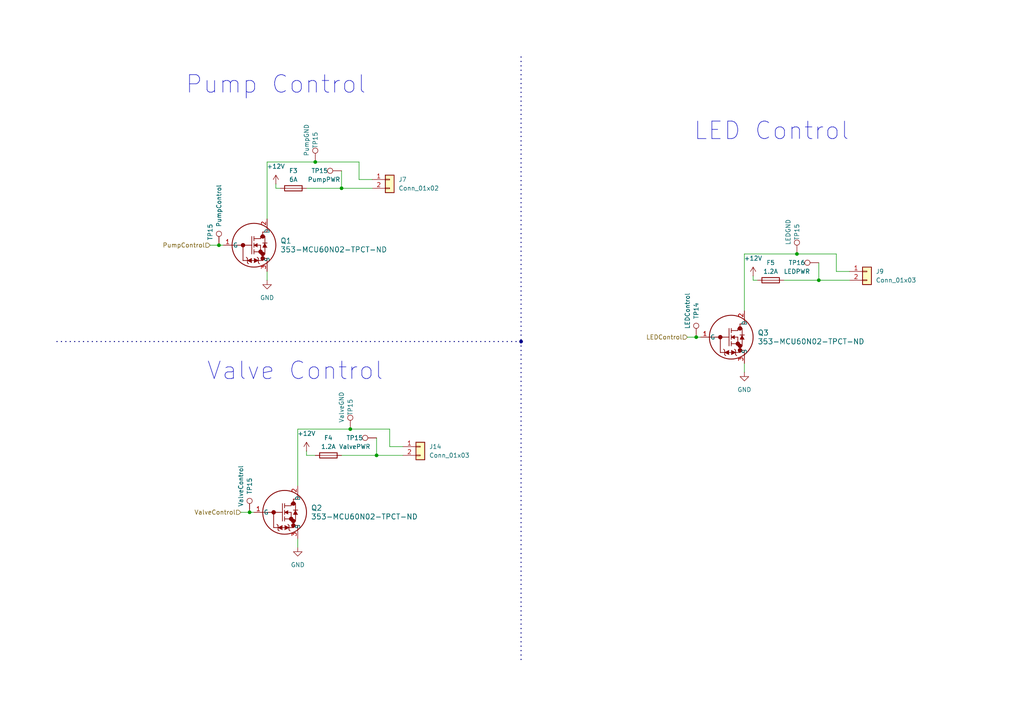
<source format=kicad_sch>
(kicad_sch (version 20250114) (generator "eeschema") (generator_version "9.0")
  (paper "A4")
  (lib_symbols
    (symbol "AO3416_1" (pin_names (offset 0.254))
      (property "Reference" "Q1" (at 16.51 1.27 0))
      (property "Value" "AO3416" (at 16.51 -1.27 0))
      (symbol "AO3416_1_0_1"
        (polyline (pts (xy 2.54 0) (xy 8.255 0)) (stroke (width 0.2032)))
        (circle (center 5.715 0) (radius 0.127) (stroke (width 0.508)))
        (polyline (pts (xy 5.715 -4.445) (xy 5.715 0)) (stroke (width 0.2032)))
        (polyline (pts (xy 5.715 -4.445) (xy 6.985 -4.445)) (stroke (width 0.2032)))
        (polyline (pts (xy 6.985 -3.81) (xy 6.6675 -3.4925)) (stroke (width 0.2032)))
        (polyline (pts (xy 6.985 -5.08) (xy 6.985 -3.81)) (stroke (width 0.2032)))
        (polyline (pts (xy 6.985 -5.08) (xy 7.3025 -5.3975)) (stroke (width 0.2032)))
        (polyline (pts (xy 8.255 -2.54) (xy 8.255 2.54)) (stroke (width 0.2032)))
        (polyline (pts (xy 8.255 -3.81) (xy 6.985 -4.445) (xy 8.255 -5.08)) (fill (type outline)))
        (polyline (pts (xy 8.89 1.905) (xy 10.795 1.905)) (stroke (width 0.2032)))
        (polyline (pts (xy 8.89 1.27) (xy 8.89 2.54)) (stroke (width 0.2032)))
        (circle (center 8.89 0) (radius 6.35) (stroke (width 0.254)))
        (polyline (pts (xy 8.89 -0.635) (xy 8.89 0.635)) (stroke (width 0.2032)))
        (polyline (pts (xy 8.89 -1.905) (xy 10.795 -1.905)) (stroke (width 0.2032)))
        (polyline (pts (xy 8.89 -2.54) (xy 8.89 -1.27)) (stroke (width 0.2032)))
        (polyline (pts (xy 8.89 -4.445) (xy 8.255 -4.445)) (stroke (width 0.2032)))
        (polyline (pts (xy 8.89 -5.08) (xy 10.16 -4.445) (xy 8.89 -3.81)) (fill (type outline)))
        (polyline (pts (xy 9.906 0.508) (xy 8.89 0) (xy 9.906 -0.508)) (fill (type outline)))
        (polyline (pts (xy 9.906 0) (xy 10.795 0)) (stroke (width 0.2032)))
        (polyline (pts (xy 10.16 -3.81) (xy 9.8425 -3.4925)) (stroke (width 0.2032)))
        (polyline (pts (xy 10.16 -3.81) (xy 10.16 -5.08)) (stroke (width 0.2032)))
        (polyline (pts (xy 10.16 -5.08) (xy 10.4775 -5.3975)) (stroke (width 0.2032)))
        (polyline (pts (xy 10.795 2.54) (xy 12.065 2.54)) (stroke (width 0.2032)))
        (polyline (pts (xy 10.795 1.905) (xy 10.795 2.54)) (stroke (width 0.2032)))
        (circle (center 10.795 -1.905) (radius 0.127) (stroke (width 0.508)))
        (polyline (pts (xy 10.795 -2.54) (xy 10.795 0)) (stroke (width 0.2032)))
        (polyline (pts (xy 10.795 -2.54) (xy 12.065 -2.54)) (stroke (width 0.2032)))
        (polyline (pts (xy 11.43 3.81) (xy 11.43 2.54)) (stroke (width 0.2032)))
        (polyline (pts (xy 11.43 3.81) (xy 12.7 3.81)) (stroke (width 0.2032)))
        (circle (center 11.43 2.54) (radius 0.127) (stroke (width 0.508)))
        (polyline (pts (xy 11.43 -2.54) (xy 11.43 -4.445)) (stroke (width 0.2032)))
        (circle (center 11.43 -2.54) (radius 0.127) (stroke (width 0.508)))
        (circle (center 11.43 -3.81) (radius 0.127) (stroke (width 0.508)))
        (polyline (pts (xy 11.43 -4.445) (xy 10.16 -4.445)) (stroke (width 0.2032)))
        (polyline (pts (xy 12.065 0.635) (xy 12.065 2.54)) (stroke (width 0.2032)))
        (polyline (pts (xy 12.065 -2.54) (xy 12.065 -0.635)) (stroke (width 0.2032)))
        (polyline (pts (xy 12.7 3.81) (xy 12.7 5.08)) (stroke (width 0.2032)))
        (polyline (pts (xy 12.7 0.635) (xy 11.43 0.635)) (stroke (width 0.2032)))
        (polyline (pts (xy 12.7 -0.635) (xy 11.43 -0.635) (xy 12.065 0.635)) (fill (type outline)))
        (polyline (pts (xy 12.7 -3.81) (xy 11.4554 -3.81)) (stroke (width 0.2032)))
        (polyline (pts (xy 12.7 -5.08) (xy 12.7 -3.81)) (stroke (width 0.2032)))
      )
      (symbol "AO3416_1_1_1"
        (pin passive line (at 0 0 0) (length 2.54) (name "G") (number "1"))
        (pin passive line (at 12.7 7.62 270) (length 2.54) (name "D") (number "2"))
        (pin passive line (at 12.7 -7.62 90) (length 2.54) (name "S") (number "3"))
      )
    )
    (symbol "Connector:TestPoint" (pin_numbers (hide yes)) (pin_names (offset 0.762) (hide yes))
      (property "Reference" "TP" (at 0 6.858 0))
      (property "Value" "TestPoint" (at 0 5.08 0))
      (symbol "TestPoint_0_1"
        (circle (center 0 3.302) (radius 0.762))
      )
      (symbol "TestPoint_1_1"
        (pin passive line (at 0 0 90) (length 2.54) (name "1") (number "1"))
      )
    )
    (symbol "Connector_Generic:Conn_01x02" (pin_names (offset 1.016) (hide yes))
      (property "Reference" "J" (at 0 2.54 0))
      (property "Value" "Conn_01x02" (at 0 -5.08 0))
      (symbol "Conn_01x02_1_1"
        (rectangle (start -1.27 1.27) (end 1.27 -3.81) (stroke (width 0.254)) (fill (type background)))
        (rectangle (start -1.27 0.127) (end 0 -0.127) (stroke (width 0.1524)))
        (rectangle (start -1.27 -2.413) (end 0 -2.667) (stroke (width 0.1524)))
        (pin passive line (at -5.08 0 0) (length 3.81) (name "Pin_1") (number "1"))
        (pin passive line (at -5.08 -2.54 0) (length 3.81) (name "Pin_2") (number "2"))
      )
    )
    (symbol "Device:Fuse" (pin_numbers (hide yes)) (pin_names (offset 0))
      (property "Reference" "F" (at 2.032 0 90))
      (property "Value" "Fuse" (at -1.905 0 90))
      (symbol "Fuse_0_1"
        (rectangle (start -0.762 -2.54) (end 0.762 2.54) (stroke (width 0.254)))
        (polyline (pts (xy 0 2.54) (xy 0 -2.54)))
      )
      (symbol "Fuse_1_1"
        (pin passive line (at 0 3.81 270) (length 1.27) (name "~") (number "1"))
        (pin passive line (at 0 -3.81 90) (length 1.27) (name "~") (number "2"))
      )
    )
    (symbol "power:+12V" (power) (pin_numbers (hide yes)) (pin_names (offset 0) (hide yes))
      (property "Value" "+12V" (at 0 3.556 0))
      (symbol "+12V_0_1"
        (polyline (pts (xy -0.762 1.27) (xy 0 2.54)))
        (polyline (pts (xy 0 2.54) (xy 0.762 1.27)))
        (polyline (pts (xy 0 0) (xy 0 2.54)))
      )
      (symbol "+12V_1_1"
        (pin power_in line (at 0 0 90) (length 0) (name "~") (number "1"))
      )
    )
    (symbol "power:GND" (power) (pin_numbers (hide yes)) (pin_names (offset 0) (hide yes))
      (property "Value" "GND" (at 0 -3.81 0))
      (symbol "GND_0_1"
        (polyline (pts (xy 0 0) (xy 0 -1.27) (xy 1.27 -1.27) (xy 0 -2.54) (xy -1.27 -1.27) (xy 0 -1.27)))
      )
      (symbol "GND_1_1"
        (pin power_in line (at 0 0 270) (length 0) (name "~") (number "1"))
      )
    )
  )
  (text "Valve Control" (at 85.598 107.696 0) (effects (font (size 5.08 5.08))))
  (text "LED Control\n" (at 223.774 38.1 0) (effects (font (size 5.08 5.08))))
  (text "Pump Control" (at 80.01 24.638 0) (effects (font (size 5.08 5.08))))
  (junction (at 99.06 54.61))
  (junction (at 231.14 73.66))
  (junction (at 201.93 97.79))
  (junction (at 63.5 71.12))
  (junction (at 109.22 132.08))
  (junction (at 91.44 46.99))
  (junction (at 151.13 99.06))
  (junction (at 101.6 124.46))
  (junction (at 72.39 148.59))
  (junction (at 237.49 81.28))
  (bus (pts (xy 151.13 16.51) (xy 151.13 99.06)) (stroke (width 0) (type dot)))
  (wire (pts (xy 237.49 76.2) (xy 237.49 81.28)))
  (wire (pts (xy 218.44 80.01) (xy 218.44 81.28)))
  (wire (pts (xy 218.44 81.28) (xy 219.71 81.28)))
  (wire (pts (xy 227.33 81.28) (xy 237.49 81.28)))
  (wire (pts (xy 88.9 132.08) (xy 91.44 132.08)))
  (wire (pts (xy 86.36 124.46) (xy 86.36 140.97)))
  (wire (pts (xy 215.9 105.41) (xy 215.9 107.95)))
  (wire (pts (xy 101.6 124.46) (xy 86.36 124.46)))
  (wire (pts (xy 60.96 71.12) (xy 63.5 71.12)))
  (wire (pts (xy 80.01 54.61) (xy 80.01 53.34)))
  (wire (pts (xy 242.57 78.74) (xy 242.57 73.66)))
  (wire (pts (xy 215.9 73.66) (xy 215.9 90.17)))
  (wire (pts (xy 109.22 127) (xy 109.22 132.08)))
  (wire (pts (xy 88.9 54.61) (xy 99.06 54.61)))
  (wire (pts (xy 99.06 49.53) (xy 99.06 54.61)))
  (wire (pts (xy 77.47 46.99) (xy 77.47 63.5)))
  (wire (pts (xy 99.06 132.08) (xy 109.22 132.08)))
  (wire (pts (xy 201.93 97.79) (xy 203.2 97.79)))
  (wire (pts (xy 88.9 130.81) (xy 88.9 132.08)))
  (wire (pts (xy 237.49 81.28) (xy 246.38 81.28)))
  (wire (pts (xy 99.06 54.61) (xy 107.95 54.61)))
  (bus (pts (xy 151.13 99.06) (xy 151.13 191.77)) (stroke (width 0) (type dot)))
  (wire (pts (xy 104.14 52.07) (xy 104.14 46.99)))
  (wire (pts (xy 72.39 148.59) (xy 73.66 148.59)))
  (wire (pts (xy 63.5 71.12) (xy 64.77 71.12)))
  (wire (pts (xy 242.57 73.66) (xy 231.14 73.66)))
  (wire (pts (xy 91.44 46.99) (xy 77.47 46.99)))
  (wire (pts (xy 109.22 132.08) (xy 116.84 132.08)))
  (wire (pts (xy 246.38 78.74) (xy 242.57 78.74)))
  (bus (pts (xy 16.51 99.06) (xy 151.13 99.06)) (stroke (width 0) (type dot)))
  (wire (pts (xy 116.84 129.54) (xy 113.03 129.54)))
  (wire (pts (xy 86.36 156.21) (xy 86.36 158.75)))
  (wire (pts (xy 104.14 52.07) (xy 107.95 52.07)))
  (wire (pts (xy 104.14 46.99) (xy 91.44 46.99)))
  (wire (pts (xy 80.01 54.61) (xy 81.28 54.61)))
  (wire (pts (xy 77.47 78.74) (xy 77.47 81.28)))
  (wire (pts (xy 231.14 73.66) (xy 215.9 73.66)))
  (wire (pts (xy 199.39 97.79) (xy 201.93 97.79)))
  (wire (pts (xy 113.03 124.46) (xy 101.6 124.46)))
  (wire (pts (xy 69.85 148.59) (xy 72.39 148.59)))
  (wire (pts (xy 113.03 129.54) (xy 113.03 124.46)))
  (hierarchical_label "LEDControl" (shape input) (at 199.39 97.79 180))
  (hierarchical_label "ValveControl" (shape input) (at 69.85 148.59 180))
  (hierarchical_label "PumpControl" (shape input) (at 60.96 71.12 180))
  (symbol (lib_id "Connector:TestPoint") (at 72.39 148.59 0) (unit 1)
    (property "Reference" "TP9" (at 72.39 140.97 90))
    (property "Value" "ValveControl" (at 69.85 140.97 90))
    (property "Footprint" "TestPoint:TestPoint_THTPad_D1.0mm_Drill0.5mm" (effects (hide yes)))
    (property "Note" "GND" (effects (hide yes)))
    (property "DNP" "DNP" (effects (hide yes)))
    (instances (project "CANalyzer_v4.0" (path "" (reference "TP15") (unit 1))) (project "WaterBlasterV2" (path "" (reference "TP9") (unit 1))) (project "CANalyzer_v3.0" (path "" (reference "TP16") (unit 1))))
  )
  (symbol (lib_id "power:+12V") (at 88.9 130.81 0) (unit 1)
    (property "Reference" "#PWR031" (effects (hide yes)))
    (property "Value" "+12V" (at 88.9 125.73 0))
  )
  (symbol (lib_id "Connector:TestPoint") (at 109.22 127 90) (unit 1)
    (property "Reference" "TP13" (at 102.87 127 90))
    (property "Value" "ValvePWR" (at 102.87 129.54 90))
    (property "Footprint" "TestPoint:TestPoint_THTPad_D1.0mm_Drill0.5mm" (effects (hide yes)))
    (property "Note" "GND" (effects (hide yes)))
    (property "DNP" "DNP" (effects (hide yes)))
    (instances (project "CANalyzer_v4.0" (path "" (reference "TP15") (unit 1))) (project "WaterBlasterV2" (path "" (reference "TP13") (unit 1))) (project "CANalyzer_v3.0" (path "" (reference "TP16") (unit 1))))
  )
  (symbol (lib_id "power:GND") (at 215.9 107.95 0) (unit 1)
    (property "Reference" "#PWR032" (effects (hide yes)))
    (property "Value" "GND" (at 215.9 113.03 0))
  )
  (symbol (lib_id "Connector:TestPoint") (at 231.14 73.66 0) (unit 1)
    (property "Reference" "TP15" (at 231.14 67.31 90))
    (property "Value" "LEDGND" (at 228.6 67.31 90))
    (property "Footprint" "TestPoint:TestPoint_THTPad_D1.0mm_Drill0.5mm" (effects (hide yes)))
    (property "Note" "GND" (effects (hide yes)))
    (property "DNP" "DNP" (effects (hide yes)))
  )
  (symbol (lib_id "power:GND") (at 77.47 81.28 0) (unit 1)
    (property "Reference" "#PWR028" (effects (hide yes)))
    (property "Value" "GND" (at 77.47 86.36 0))
  )
  (symbol (lib_id "Connector_Generic:Conn_01x02") (at 121.92 129.54 0) (unit 1)
    (property "Reference" "J14" (at 124.46 129.5399 0) (effects (justify left)))
    (property "Value" "Conn_01x03" (at 124.46 132.0799 0) (effects (justify left)))
    (property "Footprint" "WaterBlaster:PHOENIX_1985865" (effects (hide yes)))
    (property "Description" "Generic connector, single row, 01x02, script generated (kicad-library-utils/schlib/autogen/connector/)" (effects (hide yes)))
  )
  (symbol (lib_name "AO3416_1") (lib_id "WaterBlaster:AO3416") (at 203.2 97.79 0) (unit 1)
    (property "Reference" "Q3" (at 219.71 96.52 0) (effects (font (size 1.524 1.524)) (justify left)))
    (property "Value" "353-MCU60N02-TPCT-ND" (at 219.71 99.06 0) (effects (font (size 1.524 1.524)) (justify left)))
    (property "Footprint" "Package_TO_SOT_SMD:TO-252-2" (effects (hide yes)))
    (property "Datasheet" "https://www.mouser.com/datasheet/2/258/MCU60N02_DPAK_-3365639.pdf" (effects (hide yes)))
  )
  (symbol (lib_name "AO3416_1") (lib_id "WaterBlaster:AO3416") (at 64.77 71.12 0) (unit 1)
    (property "Reference" "Q1" (at 81.28 69.85 0) (effects (font (size 1.524 1.524)) (justify left)))
    (property "Value" "353-MCU60N02-TPCT-ND" (at 81.28 72.39 0) (effects (font (size 1.524 1.524)) (justify left)))
    (property "Footprint" "Package_TO_SOT_SMD:TO-252-2" (effects (hide yes)))
    (property "Datasheet" "AO3416" (effects (hide yes)))
  )
  (symbol (lib_id "Connector:TestPoint") (at 99.06 49.53 90) (unit 1)
    (property "Reference" "TP11" (at 92.71 49.53 90))
    (property "Value" "PumpPWR" (at 93.98 52.07 90))
    (property "Footprint" "TestPoint:TestPoint_THTPad_D1.0mm_Drill0.5mm" (effects (hide yes)))
    (property "Note" "GND" (effects (hide yes)))
    (property "DNP" "DNP" (effects (hide yes)))
    (instances (project "CANalyzer_v4.0" (path "" (reference "TP15") (unit 1))) (project "WaterBlasterV2" (path "" (reference "TP11") (unit 1))) (project "CANalyzer_v3.0" (path "" (reference "TP16") (unit 1))))
  )
  (symbol (lib_id "Device:Fuse") (at 85.09 54.61 90) (unit 1)
    (property "Reference" "F3" (at 85.09 49.53 90))
    (property "Value" "6A" (at 85.09 52.07 90))
    (property "Footprint" "Fuse:Fuse_1206_3216Metric_Pad1.42x1.75mm_HandSolder" (effects (hide yes)))
  )
  (symbol (lib_id "power:+12V") (at 80.01 53.34 0) (unit 1)
    (property "Reference" "#PWR029" (effects (hide yes)))
    (property "Value" "+12V" (at 80.01 48.26 0))
  )
  (symbol (lib_id "Connector:TestPoint") (at 237.49 76.2 90) (unit 1)
    (property "Reference" "TP16" (at 231.14 76.2 90))
    (property "Value" "LEDPWR" (at 231.14 78.74 90))
    (property "Footprint" "TestPoint:TestPoint_THTPad_D1.0mm_Drill0.5mm" (effects (hide yes)))
    (property "Note" "GND" (effects (hide yes)))
    (property "DNP" "DNP" (effects (hide yes)))
  )
  (symbol (lib_id "Device:Fuse") (at 95.25 132.08 90) (unit 1)
    (property "Reference" "F4" (at 95.25 127 90))
    (property "Value" "1.2A" (at 95.25 129.54 90))
    (property "Footprint" "Fuse:Fuse_0603_1608Metric" (effects (hide yes)))
  )
  (symbol (lib_id "Connector_Generic:Conn_01x02") (at 113.03 52.07 0) (unit 1)
    (property "Reference" "J7" (at 115.57 52.0699 0) (effects (justify left)))
    (property "Value" "Conn_01x02" (at 115.57 54.6099 0) (effects (justify left)))
    (property "Footprint" "WaterBlaster:PHOENIX_1985865" (effects (hide yes)))
    (property "Description" "Generic connector, single row, 01x02, script generated (kicad-library-utils/schlib/autogen/connector/)" (effects (hide yes)))
  )
  (symbol (lib_id "Connector:TestPoint") (at 91.44 46.99 0) (unit 1)
    (property "Reference" "TP10" (at 91.44 40.64 90))
    (property "Value" "PumpGND" (at 88.9 40.64 90))
    (property "Footprint" "TestPoint:TestPoint_THTPad_D1.0mm_Drill0.5mm" (effects (hide yes)))
    (property "Note" "GND" (effects (hide yes)))
    (property "DNP" "DNP" (effects (hide yes)))
    (instances (project "CANalyzer_v4.0" (path "" (reference "TP15") (unit 1))) (project "WaterBlasterV2" (path "" (reference "TP10") (unit 1))) (project "CANalyzer_v3.0" (path "" (reference "TP16") (unit 1))))
  )
  (symbol (lib_id "Connector:TestPoint") (at 201.93 97.79 0) (unit 1)
    (property "Reference" "TP14" (at 201.93 90.17 90))
    (property "Value" "LEDControl" (at 199.39 90.17 90))
    (property "Footprint" "TestPoint:TestPoint_THTPad_D1.0mm_Drill0.5mm" (effects (hide yes)))
    (property "Note" "GND" (effects (hide yes)))
    (property "DNP" "DNP" (effects (hide yes)))
  )
  (symbol (lib_id "Connector_Generic:Conn_01x02") (at 251.46 78.74 0) (unit 1)
    (property "Reference" "J9" (at 254 78.7399 0) (effects (justify left)))
    (property "Value" "Conn_01x03" (at 254 81.2799 0) (effects (justify left)))
    (property "Footprint" "WaterBlaster:PHOENIX_1985865" (effects (hide yes)))
    (property "Description" "Generic connector, single row, 01x02, script generated (kicad-library-utils/schlib/autogen/connector/)" (effects (hide yes)))
  )
  (symbol (lib_id "Connector:TestPoint") (at 63.5 71.12 0) (unit 1)
    (property "Reference" "TP8" (at 60.96 67.31 90))
    (property "Value" "PumpControl" (at 63.5 59.69 90))
    (property "Footprint" "TestPoint:TestPoint_THTPad_D1.0mm_Drill0.5mm" (effects (hide yes)))
    (property "Note" "GND" (effects (hide yes)))
    (property "DNP" "DNP" (effects (hide yes)))
    (instances (project "CANalyzer_v4.0" (path "" (reference "TP15") (unit 1))) (project "WaterBlasterV2" (path "" (reference "TP8") (unit 1))) (project "CANalyzer_v3.0" (path "" (reference "TP16") (unit 1))))
  )
  (symbol (lib_id "Connector:TestPoint") (at 101.6 124.46 0) (unit 1)
    (property "Reference" "TP12" (at 101.6 118.11 90))
    (property "Value" "ValveGND" (at 99.06 118.11 90))
    (property "Footprint" "TestPoint:TestPoint_THTPad_D1.0mm_Drill0.5mm" (effects (hide yes)))
    (property "Note" "GND" (effects (hide yes)))
    (property "DNP" "DNP" (effects (hide yes)))
    (instances (project "CANalyzer_v4.0" (path "" (reference "TP15") (unit 1))) (project "WaterBlasterV2" (path "" (reference "TP12") (unit 1))) (project "CANalyzer_v3.0" (path "" (reference "TP16") (unit 1))))
  )
  (symbol (lib_id "Device:Fuse") (at 223.52 81.28 90) (unit 1)
    (property "Reference" "F5" (at 223.52 76.2 90))
    (property "Value" "1.2A" (at 223.52 78.74 90))
    (property "Footprint" "Fuse:Fuse_0603_1608Metric" (effects (hide yes)))
  )
  (symbol (lib_id "power:GND") (at 86.36 158.75 0) (unit 1)
    (property "Reference" "#PWR030" (effects (hide yes)))
    (property "Value" "GND" (at 86.36 163.83 0))
  )
  (symbol (lib_name "AO3416_1") (lib_id "WaterBlaster:AO3416") (at 73.66 148.59 0) (unit 1)
    (property "Reference" "Q2" (at 90.17 147.32 0) (effects (font (size 1.524 1.524)) (justify left)))
    (property "Value" "353-MCU60N02-TPCT-ND" (at 90.17 149.86 0) (effects (font (size 1.524 1.524)) (justify left)))
    (property "Footprint" "Package_TO_SOT_SMD:TO-252-2" (effects (hide yes)))
    (property "Datasheet" "https://www.mouser.com/datasheet/2/258/MCU60N02_DPAK_-3365639.pdf" (effects (hide yes)))
  )
  (symbol (lib_id "power:+12V") (at 218.44 80.01 0) (unit 1)
    (property "Reference" "#PWR033" (effects (hide yes)))
    (property "Value" "+12V" (at 218.44 74.93 0))
  )
)
</source>
